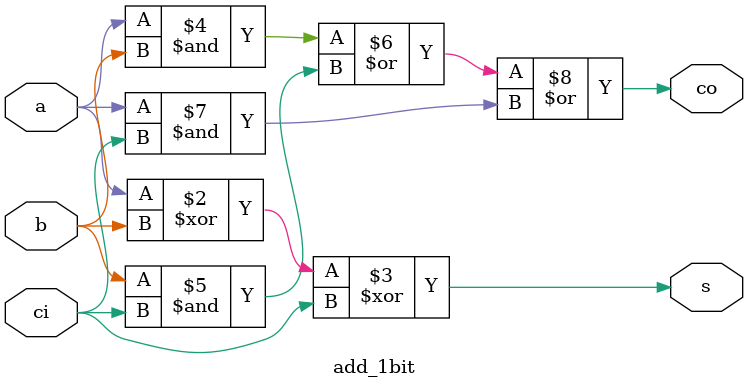
<source format=v>
`timescale 1ns/100ps
module add_1bit (a, b, ci, s, co );
input a, b, ci;
output s, co;
reg s, co;
always @(a, b, ci)
begin
s = #5 a ^ b ^ ci;
co = #3 (a & b) | (b &ci) | (a & ci);
end
endmodule
</source>
